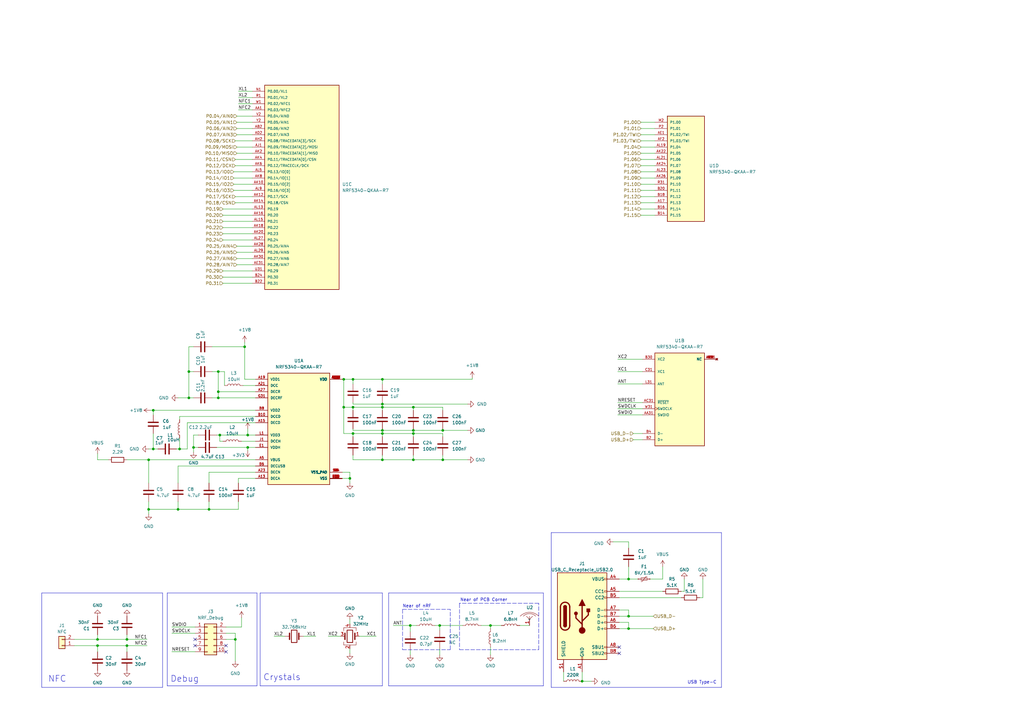
<source format=kicad_sch>
(kicad_sch (version 20230121) (generator eeschema)
  (paper "A3")
  (title_block (title "nRF5340 Schematic") (date "2024-06-06") (rev "v1.0.0") (company "None") (comment 1 "Author Turgay HOPAL") (comment 2 "Reference Layout Config 1: VDDH Supply, DCDC, USB"))
  (junction (at 169.545 167.005))
  (junction (at 90.17 178.435))
  (junction (at 257.81 237.49))
  (junction (at 52.07 262.255))
  (junction (at 62.865 184.15))
  (junction (at 140.97 155.575))
  (junction (at 140.97 167.005))
  (junction (at 181.61 188.595))
  (junction (at 156.845 155.575))
  (junction (at 168.275 256.54))
  (junction (at 40.005 264.795))
  (junction (at 169.545 177.8))
  (junction (at 40.005 262.255))
  (junction (at 156.845 167.005))
  (junction (at 60.96 188.595))
  (junction (at 52.07 264.795))
  (junction (at 180.34 256.54))
  (junction (at 89.535 163.195))
  (junction (at 156.845 177.8))
  (junction (at 77.47 152.4))
  (junction (at 60.96 208.915))
  (junction (at 169.545 176.53))
  (junction (at 62.865 168.275))
  (junction (at 89.535 160.655))
  (junction (at 144.78 177.8))
  (junction (at 156.845 188.595))
  (junction (at 79.375 183.515))
  (junction (at 181.61 176.53))
  (junction (at 144.78 167.005))
  (junction (at 77.47 163.195))
  (junction (at 100.33 142.24))
  (junction (at 101.6 183.515))
  (junction (at 201.168 256.54))
  (junction (at 89.535 152.4))
  (junction (at 169.545 188.595))
  (junction (at 156.845 165.735))
  (junction (at 85.725 208.915))
  (junction (at 73.025 208.915))
  (junction (at 257.81 252.73))
  (junction (at 257.81 257.81))
  (junction (at 143.51 196.215))
  (junction (at 96.52 262.255))
  (junction (at 73.66 184.15))
  (junction (at 238.76 279.4))
  (junction (at 156.845 176.53))
  (junction (at 144.78 155.575))
  (junction (at 101.6 178.435))
  (no_connect (at 92.71 264.795))
  (no_connect (at 92.71 267.335))
  (no_connect (at 254 267.97))
  (no_connect (at 80.01 264.795))
  (no_connect (at 254 265.43))
  (no_connect (at 80.01 262.255))
  (wire (pts (xy 96.52 65.405) (xy 103.505 65.405)))
  (wire (pts (xy 97.79 40.005) (xy 103.505 40.005)))
  (polyline (pts (xy 226.06 281.94) (xy 295.91 281.94)))
  (wire (pts (xy 257.81 232.41) (xy 257.81 237.49)))
  (wire (pts (xy 257.81 222.25) (xy 251.46 222.25)))
  (wire (pts (xy 169.545 167.005) (xy 181.61 167.005)))
  (wire (pts (xy 85.725 208.915) (xy 97.79 208.915)))
  (polyline (pts (xy 68.58 243.205) (xy 105.41 243.205)))
  (wire (pts (xy 104.775 188.595) (xy 60.96 188.595)))
  (wire (pts (xy 143.51 254) (xy 143.51 255.905)))
  (wire (pts (xy 257.81 255.27) (xy 257.81 257.81)))
  (wire (pts (xy 73.66 179.705) (xy 73.66 184.15)))
  (wire (pts (xy 140.97 177.8) (xy 144.78 177.8)))
  (wire (pts (xy 262.89 67.945) (xy 268.605 67.945)))
  (wire (pts (xy 144.78 167.005) (xy 144.78 168.275)))
  (wire (pts (xy 77.47 142.24) (xy 77.47 152.4)))
  (wire (pts (xy 134.62 260.985) (xy 139.7 260.985)))
  (wire (pts (xy 180.34 256.54) (xy 189.738 256.54)))
  (wire (pts (xy 154.305 260.985) (xy 147.32 260.985)))
  (wire (pts (xy 180.34 256.54) (xy 180.34 258.445)))
  (wire (pts (xy 97.155 55.245) (xy 103.505 55.245)))
  (polyline (pts (xy 17.145 281.94) (xy 66.675 281.94)))
  (polyline (pts (xy 220.98 266.446) (xy 220.98 247.396)) (stroke (width 0) (type dash)))
  (wire (pts (xy 40.005 186.055) (xy 40.005 188.595)))
  (wire (pts (xy 257.81 237.49) (xy 261.62 237.49)))
  (wire (pts (xy 79.375 178.435) (xy 81.28 178.435)))
  (wire (pts (xy 181.61 188.595) (xy 181.61 186.69)))
  (wire (pts (xy 96.52 57.785) (xy 103.505 57.785)))
  (wire (pts (xy 262.89 55.245) (xy 268.605 55.245)))
  (wire (pts (xy 170.815 256.54) (xy 168.275 256.54)))
  (polyline (pts (xy 184.658 266.446) (xy 184.658 249.936)) (stroke (width 0) (type dash)))
  (wire (pts (xy 60.96 208.915) (xy 60.96 210.82)))
  (wire (pts (xy 70.485 267.335) (xy 80.01 267.335)))
  (wire (pts (xy 86.995 152.4) (xy 89.535 152.4)))
  (wire (pts (xy 85.725 193.675) (xy 85.725 198.12)))
  (wire (pts (xy 52.07 264.795) (xy 60.325 264.795)))
  (wire (pts (xy 254 237.49) (xy 257.81 237.49)))
  (wire (pts (xy 97.79 196.215) (xy 104.775 196.215)))
  (wire (pts (xy 91.44 98.425) (xy 103.505 98.425)))
  (polyline (pts (xy 159.385 243.205) (xy 222.885 243.205)))
  (wire (pts (xy 253.365 165.1) (xy 263.525 165.1)))
  (polyline (pts (xy 159.385 243.205) (xy 159.385 281.305)))
  (wire (pts (xy 156.845 177.8) (xy 169.545 177.8)))
  (polyline (pts (xy 222.885 243.205) (xy 222.885 281.305)))
  (wire (pts (xy 262.89 80.645) (xy 268.605 80.645)))
  (wire (pts (xy 143.51 193.675) (xy 143.51 196.215)))
  (wire (pts (xy 92.075 152.4) (xy 92.075 158.115)))
  (wire (pts (xy 169.545 177.8) (xy 181.61 177.8)))
  (wire (pts (xy 91.44 88.265) (xy 103.505 88.265)))
  (wire (pts (xy 144.78 188.595) (xy 156.845 188.595)))
  (wire (pts (xy 79.375 183.515) (xy 81.28 183.515)))
  (wire (pts (xy 181.61 188.595) (xy 169.545 188.595)))
  (wire (pts (xy 156.845 155.575) (xy 156.845 157.48)))
  (polyline (pts (xy 17.145 243.205) (xy 66.675 243.205)))
  (wire (pts (xy 95.885 73.025) (xy 103.505 73.025)))
  (wire (pts (xy 79.375 152.4) (xy 77.47 152.4)))
  (wire (pts (xy 97.155 52.705) (xy 103.505 52.705)))
  (wire (pts (xy 168.275 256.54) (xy 168.275 259.08)))
  (wire (pts (xy 97.155 106.045) (xy 103.505 106.045)))
  (wire (pts (xy 62.865 184.15) (xy 64.77 184.15)))
  (wire (pts (xy 52.07 188.595) (xy 60.96 188.595)))
  (wire (pts (xy 52.07 262.255) (xy 60.325 262.255)))
  (wire (pts (xy 257.81 224.79) (xy 257.81 222.25)))
  (polyline (pts (xy 68.58 281.305) (xy 105.41 281.305)))
  (wire (pts (xy 181.61 176.53) (xy 191.77 176.53)))
  (wire (pts (xy 79.375 178.435) (xy 79.375 183.515)))
  (wire (pts (xy 262.89 57.785) (xy 268.605 57.785)))
  (wire (pts (xy 88.9 183.515) (xy 101.6 183.515)))
  (wire (pts (xy 79.375 163.195) (xy 77.47 163.195)))
  (wire (pts (xy 90.17 180.975) (xy 91.44 180.975)))
  (wire (pts (xy 262.89 62.865) (xy 268.605 62.865)))
  (wire (pts (xy 257.81 250.19) (xy 257.81 252.73)))
  (wire (pts (xy 161.29 256.54) (xy 168.275 256.54)))
  (wire (pts (xy 40.005 264.795) (xy 40.005 267.335)))
  (wire (pts (xy 238.76 275.59) (xy 238.76 279.4)))
  (wire (pts (xy 97.155 100.965) (xy 103.505 100.965)))
  (polyline (pts (xy 106.68 281.305) (xy 156.845 281.305)))
  (wire (pts (xy 231.14 275.59) (xy 231.14 279.4)))
  (wire (pts (xy 97.79 198.12) (xy 97.79 196.215)))
  (wire (pts (xy 262.89 50.165) (xy 268.605 50.165)))
  (wire (pts (xy 169.545 186.69) (xy 169.545 188.595)))
  (wire (pts (xy 253.365 167.64) (xy 263.525 167.64)))
  (polyline (pts (xy 226.06 218.44) (xy 226.06 281.94)))
  (wire (pts (xy 288.29 237.49) (xy 288.29 245.11)))
  (wire (pts (xy 40.005 262.255) (xy 52.07 262.255)))
  (wire (pts (xy 144.78 167.005) (xy 156.845 167.005)))
  (wire (pts (xy 99.06 180.975) (xy 104.775 180.975)))
  (wire (pts (xy 238.76 279.4) (xy 242.57 279.4)))
  (wire (pts (xy 97.155 50.165) (xy 103.505 50.165)))
  (wire (pts (xy 79.375 183.515) (xy 79.375 185.42)))
  (wire (pts (xy 156.845 165.1) (xy 156.845 165.735)))
  (wire (pts (xy 62.865 170.18) (xy 62.865 168.275)))
  (wire (pts (xy 60.96 205.74) (xy 60.96 208.915)))
  (wire (pts (xy 140.97 167.005) (xy 144.78 167.005)))
  (wire (pts (xy 73.025 208.915) (xy 85.725 208.915)))
  (wire (pts (xy 30.48 264.795) (xy 40.005 264.795)))
  (wire (pts (xy 129.54 260.985) (xy 124.46 260.985)))
  (wire (pts (xy 104.775 193.675) (xy 85.725 193.675)))
  (wire (pts (xy 201.168 256.54) (xy 205.613 256.54)))
  (wire (pts (xy 156.845 175.895) (xy 156.845 176.53)))
  (wire (pts (xy 288.29 245.11) (xy 287.02 245.11)))
  (wire (pts (xy 62.865 184.15) (xy 60.96 184.15)))
  (wire (pts (xy 104.775 191.135) (xy 73.025 191.135)))
  (wire (pts (xy 104.775 155.575) (xy 100.33 155.575)))
  (wire (pts (xy 279.4 242.57) (xy 280.67 242.57)))
  (wire (pts (xy 73.66 172.085) (xy 73.66 170.815)))
  (wire (pts (xy 90.17 178.435) (xy 101.6 178.435)))
  (polyline (pts (xy 188.468 247.65) (xy 188.468 266.446)) (stroke (width 0) (type dash)))
  (wire (pts (xy 88.9 178.435) (xy 90.17 178.435)))
  (polyline (pts (xy 17.145 243.205) (xy 17.145 281.94)))
  (wire (pts (xy 213.233 256.54) (xy 217.17 256.54)))
  (wire (pts (xy 100.33 155.575) (xy 100.33 142.24)))
  (wire (pts (xy 73.66 170.815) (xy 104.775 170.815)))
  (wire (pts (xy 99.06 257.175) (xy 92.71 257.175)))
  (wire (pts (xy 91.44 116.205) (xy 103.505 116.205)))
  (polyline (pts (xy 188.468 247.396) (xy 188.468 247.65)))
  (wire (pts (xy 262.89 73.025) (xy 268.605 73.025)))
  (wire (pts (xy 140.335 196.215) (xy 143.51 196.215)))
  (wire (pts (xy 96.52 83.185) (xy 103.505 83.185)))
  (wire (pts (xy 254 257.81) (xy 257.81 257.81)))
  (wire (pts (xy 91.44 95.885) (xy 103.505 95.885)))
  (wire (pts (xy 143.51 266.065) (xy 143.51 267.97)))
  (wire (pts (xy 92.71 262.255) (xy 96.52 262.255)))
  (wire (pts (xy 191.77 188.595) (xy 181.61 188.595)))
  (wire (pts (xy 181.61 175.895) (xy 181.61 176.53)))
  (wire (pts (xy 40.005 260.35) (xy 40.005 262.255)))
  (wire (pts (xy 77.47 163.195) (xy 73.025 163.195)))
  (wire (pts (xy 144.78 177.8) (xy 144.78 179.07)))
  (wire (pts (xy 95.885 75.565) (xy 103.505 75.565)))
  (polyline (pts (xy 222.885 281.305) (xy 159.385 281.305)))
  (wire (pts (xy 144.78 165.735) (xy 156.845 165.735)))
  (wire (pts (xy 143.51 196.215) (xy 143.51 198.12)))
  (polyline (pts (xy 66.675 281.94) (xy 66.675 243.205)))
  (wire (pts (xy 140.97 155.575) (xy 144.78 155.575)))
  (wire (pts (xy 62.865 177.8) (xy 62.865 184.15)))
  (wire (pts (xy 40.005 264.795) (xy 52.07 264.795)))
  (wire (pts (xy 97.155 47.625) (xy 103.505 47.625)))
  (wire (pts (xy 259.715 180.34) (xy 263.525 180.34)))
  (wire (pts (xy 193.675 155.575) (xy 193.675 154.94)))
  (wire (pts (xy 40.005 188.595) (xy 44.45 188.595)))
  (wire (pts (xy 144.78 176.53) (xy 156.845 176.53)))
  (wire (pts (xy 253.365 152.4) (xy 263.525 152.4)))
  (wire (pts (xy 266.7 237.49) (xy 271.78 237.49)))
  (wire (pts (xy 91.44 113.665) (xy 103.505 113.665)))
  (wire (pts (xy 89.535 152.4) (xy 92.075 152.4)))
  (polyline (pts (xy 165.1 249.936) (xy 165.1 266.446)) (stroke (width 0) (type dash)))
  (wire (pts (xy 52.07 260.35) (xy 52.07 262.255)))
  (wire (pts (xy 262.89 78.105) (xy 268.605 78.105)))
  (wire (pts (xy 112.395 260.985) (xy 116.84 260.985)))
  (wire (pts (xy 253.365 170.18) (xy 263.525 170.18)))
  (wire (pts (xy 80.01 257.175) (xy 70.485 257.175)))
  (wire (pts (xy 201.168 256.54) (xy 201.168 257.81)))
  (wire (pts (xy 100.33 142.24) (xy 86.995 142.24)))
  (wire (pts (xy 262.89 65.405) (xy 268.605 65.405)))
  (wire (pts (xy 91.44 93.345) (xy 103.505 93.345)))
  (wire (pts (xy 96.52 262.255) (xy 96.52 271.145)))
  (wire (pts (xy 262.89 70.485) (xy 268.605 70.485)))
  (wire (pts (xy 79.375 142.24) (xy 77.47 142.24)))
  (wire (pts (xy 257.81 257.81) (xy 267.97 257.81)))
  (wire (pts (xy 156.845 167.005) (xy 169.545 167.005)))
  (polyline (pts (xy 165.1 249.936) (xy 184.658 249.936)) (stroke (width 0) (type dash)))
  (wire (pts (xy 100.33 140.335) (xy 100.33 142.24)))
  (wire (pts (xy 254 255.27) (xy 257.81 255.27)))
  (wire (pts (xy 97.79 208.915) (xy 97.79 205.74)))
  (wire (pts (xy 168.275 266.7) (xy 168.275 268.605)))
  (wire (pts (xy 97.79 45.085) (xy 103.505 45.085)))
  (wire (pts (xy 262.89 60.325) (xy 268.605 60.325)))
  (polyline (pts (xy 220.98 247.396) (xy 188.468 247.396)) (stroke (width 0) (type dash)))
  (wire (pts (xy 73.025 205.74) (xy 73.025 208.915)))
  (wire (pts (xy 62.865 168.275) (xy 104.775 168.275)))
  (wire (pts (xy 254 245.11) (xy 279.4 245.11)))
  (polyline (pts (xy 105.41 281.305) (xy 105.41 243.205)))
  (wire (pts (xy 253.365 147.32) (xy 263.525 147.32)))
  (polyline (pts (xy 226.06 218.44) (xy 295.91 218.44)))
  (polyline (pts (xy 106.68 243.205) (xy 106.68 281.305)))
  (wire (pts (xy 92.71 259.715) (xy 96.52 259.715)))
  (wire (pts (xy 262.89 83.185) (xy 268.605 83.185)))
  (wire (pts (xy 52.07 264.795) (xy 52.07 267.335)))
  (wire (pts (xy 262.89 75.565) (xy 268.605 75.565)))
  (wire (pts (xy 178.435 256.54) (xy 180.34 256.54)))
  (wire (pts (xy 96.52 259.715) (xy 96.52 262.255)))
  (polyline (pts (xy 188.468 266.446) (xy 220.98 266.446)) (stroke (width 0) (type dash)))
  (wire (pts (xy 73.66 184.15) (xy 72.39 184.15)))
  (wire (pts (xy 181.61 177.8) (xy 181.61 179.07)))
  (wire (pts (xy 254 252.73) (xy 257.81 252.73)))
  (wire (pts (xy 181.61 167.005) (xy 181.61 168.275)))
  (wire (pts (xy 144.78 155.575) (xy 144.78 157.48)))
  (wire (pts (xy 80.01 259.715) (xy 70.485 259.715)))
  (wire (pts (xy 95.885 70.485) (xy 103.505 70.485)))
  (wire (pts (xy 76.835 173.355) (xy 76.835 184.15)))
  (wire (pts (xy 99.06 253.365) (xy 99.06 257.175)))
  (wire (pts (xy 144.78 165.1) (xy 144.78 165.735)))
  (wire (pts (xy 144.78 186.69) (xy 144.78 188.595)))
  (polyline (pts (xy 106.68 243.205) (xy 156.845 243.205)))
  (wire (pts (xy 97.155 103.505) (xy 103.505 103.505)))
  (polyline (pts (xy 156.845 281.305) (xy 156.845 243.205)))
  (wire (pts (xy 280.67 237.49) (xy 280.67 242.57)))
  (wire (pts (xy 101.6 178.435) (xy 104.775 178.435)))
  (wire (pts (xy 97.155 108.585) (xy 103.505 108.585)))
  (wire (pts (xy 271.78 237.49) (xy 271.78 232.41)))
  (wire (pts (xy 262.89 52.705) (xy 268.605 52.705)))
  (wire (pts (xy 169.545 188.595) (xy 156.845 188.595)))
  (wire (pts (xy 101.6 183.515) (xy 101.6 184.785)))
  (wire (pts (xy 97.79 37.465) (xy 103.505 37.465)))
  (wire (pts (xy 156.845 165.735) (xy 191.77 165.735)))
  (wire (pts (xy 104.775 163.195) (xy 89.535 163.195)))
  (wire (pts (xy 99.695 158.115) (xy 104.775 158.115)))
  (wire (pts (xy 257.81 252.73) (xy 267.97 252.73)))
  (wire (pts (xy 156.845 177.8) (xy 156.845 179.07)))
  (wire (pts (xy 89.535 160.655) (xy 104.775 160.655)))
  (wire (pts (xy 197.358 256.54) (xy 201.168 256.54)))
  (wire (pts (xy 262.89 85.725) (xy 268.605 85.725)))
  (polyline (pts (xy 295.91 281.94) (xy 295.91 218.44)))
  (wire (pts (xy 90.17 178.435) (xy 90.17 180.975)))
  (wire (pts (xy 96.52 80.645) (xy 103.505 80.645)))
  (wire (pts (xy 97.155 60.325) (xy 103.505 60.325)))
  (wire (pts (xy 60.96 208.915) (xy 73.025 208.915)))
  (wire (pts (xy 101.6 183.515) (xy 104.775 183.515)))
  (wire (pts (xy 156.845 155.575) (xy 193.675 155.575)))
  (wire (pts (xy 169.545 167.005) (xy 169.545 168.275)))
  (wire (pts (xy 30.48 262.255) (xy 40.005 262.255)))
  (wire (pts (xy 169.545 176.53) (xy 181.61 176.53)))
  (wire (pts (xy 97.155 62.865) (xy 103.505 62.865)))
  (wire (pts (xy 144.78 155.575) (xy 156.845 155.575)))
  (wire (pts (xy 254 242.57) (xy 271.78 242.57)))
  (wire (pts (xy 156.845 188.595) (xy 156.845 186.69)))
  (wire (pts (xy 101.6 175.895) (xy 101.6 178.435)))
  (wire (pts (xy 91.44 111.125) (xy 103.505 111.125)))
  (wire (pts (xy 104.775 173.355) (xy 76.835 173.355)))
  (wire (pts (xy 253.365 157.48) (xy 263.525 157.48)))
  (wire (pts (xy 97.79 42.545) (xy 103.505 42.545)))
  (wire (pts (xy 201.168 265.43) (xy 201.168 268.605)))
  (wire (pts (xy 95.885 78.105) (xy 103.505 78.105)))
  (wire (pts (xy 61.595 168.275) (xy 62.865 168.275)))
  (polyline (pts (xy 165.1 266.446) (xy 184.658 266.446)) (stroke (width 0) (type dash)))
  (wire (pts (xy 140.97 155.575) (xy 140.97 167.005)))
  (wire (pts (xy 96.52 67.945) (xy 103.505 67.945)))
  (wire (pts (xy 77.47 152.4) (xy 77.47 163.195)))
  (wire (pts (xy 180.34 266.065) (xy 180.34 268.605)))
  (wire (pts (xy 73.025 191.135) (xy 73.025 198.12)))
  (wire (pts (xy 156.845 167.005) (xy 156.845 168.275)))
  (wire (pts (xy 91.44 85.725) (xy 103.505 85.725)))
  (wire (pts (xy 144.78 177.8) (xy 156.845 177.8)))
  (wire (pts (xy 140.335 155.575) (xy 140.97 155.575)))
  (wire (pts (xy 140.97 177.8) (xy 140.97 167.005)))
  (wire (pts (xy 73.66 184.15) (xy 76.835 184.15)))
  (wire (pts (xy 262.89 88.265) (xy 268.605 88.265)))
  (wire (pts (xy 86.995 163.195) (xy 89.535 163.195)))
  (wire (pts (xy 89.535 160.655) (xy 89.535 163.195)))
  (wire (pts (xy 89.535 152.4) (xy 89.535 160.655)))
  (wire (pts (xy 85.725 205.74) (xy 85.725 208.915)))
  (wire (pts (xy 259.715 177.8) (xy 263.525 177.8)))
  (wire (pts (xy 140.335 193.675) (xy 143.51 193.675)))
  (wire (pts (xy 254 250.19) (xy 257.81 250.19)))
  (wire (pts (xy 169.545 175.895) (xy 169.545 176.53)))
  (wire (pts (xy 169.545 177.8) (xy 169.545 179.07)))
  (wire (pts (xy 144.78 175.895) (xy 144.78 176.53)))
  (wire (pts (xy 60.96 188.595) (xy 60.96 198.12)))
  (polyline (pts (xy 68.58 243.205) (xy 68.58 281.305)))
  (wire (pts (xy 91.44 90.805) (xy 103.505 90.805)))
  (wire (pts (xy 156.845 176.53) (xy 169.545 176.53)))
  (text "Crystals" (at 107.95 279.4 0) (effects (font (size 2.54 2.54)) (justify left bottom)))
  (text "Near of PCB Corner" (at 188.722 246.888 0) (effects (font (size 1.27 1.27)) (justify left bottom)))
  (text "NFC" (at 19.685 280.035 0) (effects (font (size 2.54 2.54)) (justify left bottom)))
  (text "USB Type-C" (at 281.94 280.67 0) (effects (font (size 1.27 1.27)) (justify left bottom)))
  (text "Near of nRF" (at 165.1 249.428 0) (effects (font (size 1.27 1.27)) (justify left bottom)))
  (text "Debug" (at 69.85 280.035 0) (effects (font (size 2.54 2.54)) (justify left bottom)))
  (label "XC1" (at 154.305 260.985 180))
  (label "NFC2" (at 60.325 264.795 180))
  (label "ANT" (at 161.29 256.54 0))
  (label "SWDIO" (at 70.485 257.175 0))
  (label "SWDIO" (at 253.365 170.18 0))
  (label "NRESET" (at 70.485 267.335 0))
  (label "XC1" (at 253.365 152.4 0))
  (label "NFC2" (at 97.79 45.085 0))
  (label "NRESET" (at 253.365 165.1 0))
  (label "XL1" (at 129.54 260.985 180))
  (label "XL2" (at 97.79 40.005 0))
  (label "XL1" (at 97.79 37.465 0))
  (label "ANT" (at 253.365 157.48 0))
  (label "XC2" (at 134.62 260.985 0))
  (label "SWDCLK" (at 253.365 167.64 0))
  (label "XC2" (at 253.365 147.32 0))
  (label "NFC1" (at 97.79 42.545 0))
  (label "SWDCLK" (at 70.485 259.715 0))
  (label "XL2" (at 112.395 260.985 0))
  (label "NFC1" (at 60.325 262.255 180))
  (hierarchical_label "P0.20" (shape input) (at 91.44 88.265 180))
  (hierarchical_label "P1.02{slash}TWI" (shape input) (at 262.89 55.245 180))
  (hierarchical_label "P0.24" (shape input) (at 91.44 98.425 180))
  (hierarchical_label "P1.03{slash}TWI" (shape input) (at 262.89 57.785 180))
  (hierarchical_label "P0.22" (shape input) (at 91.44 93.345 180))
  (hierarchical_label "P0.17{slash}SCK" (shape input) (at 96.52 80.645 180))
  (hierarchical_label "USB_D-" (shape input) (at 259.715 177.8 180))
  (hierarchical_label "P0.18{slash}CSN" (shape input) (at 96.52 83.185 180))
  (hierarchical_label "P1.15" (shape input) (at 262.89 88.265 180))
  (hierarchical_label "USB_D+" (shape input) (at 267.97 257.81 0))
  (hierarchical_label "P0.08{slash}SCK" (shape input) (at 96.52 57.785 180))
  (hierarchical_label "P1.12" (shape input) (at 262.89 80.645 180))
  (hierarchical_label "P1.06" (shape input) (at 262.89 65.405 180))
  (hierarchical_label "P1.13" (shape input) (at 262.89 83.185 180))
  (hierarchical_label "P0.04{slash}AIN0" (shape input) (at 97.155 47.625 180))
  (hierarchical_label "P0.23" (shape input) (at 91.44 95.885 180))
  (hierarchical_label "P0.05{slash}AIN1" (shape input) (at 97.155 50.165 180))
  (hierarchical_label "P0.15{slash}IO2" (shape input) (at 95.885 75.565 180))
  (hierarchical_label "P0.19" (shape input) (at 91.44 85.725 180))
  (hierarchical_label "P1.07" (shape input) (at 262.89 67.945 180))
  (hierarchical_label "P1.01" (shape input) (at 262.89 52.705 180))
  (hierarchical_label "P0.25{slash}AIN4" (shape input) (at 97.155 100.965 180))
  (hierarchical_label "P0.30" (shape input) (at 91.44 113.665 180))
  (hierarchical_label "P1.00" (shape input) (at 262.89 50.165 180))
  (hierarchical_label "P0.10{slash}MISO" (shape input) (at 97.155 62.865 180))
  (hierarchical_label "P1.05" (shape input) (at 262.89 62.865 180))
  (hierarchical_label "P0.13{slash}IO0" (shape input) (at 95.885 70.485 180))
  (hierarchical_label "P0.31" (shape input) (at 91.44 116.205 180))
  (hierarchical_label "P0.28{slash}AIN7" (shape input) (at 97.155 108.585 180))
  (hierarchical_label "P0.11{slash}CSN" (shape input) (at 96.52 65.405 180))
  (hierarchical_label "P0.16{slash}IO3" (shape input) (at 95.885 78.105 180))
  (hierarchical_label "P0.06{slash}AIN2" (shape input) (at 97.155 52.705 180))
  (hierarchical_label "P0.07{slash}AIN3" (shape input) (at 97.155 55.245 180))
  (hierarchical_label "P0.26{slash}AIN5" (shape input) (at 97.155 103.505 180))
  (hierarchical_label "P1.14" (shape input) (at 262.89 85.725 180))
  (hierarchical_label "P0.12{slash}DCX" (shape input) (at 96.52 67.945 180))
  (hierarchical_label "P0.27{slash}AIN6" (shape input) (at 97.155 106.045 180))
  (hierarchical_label "P1.10" (shape input) (at 262.89 75.565 180))
  (hierarchical_label "USB_D+" (shape input) (at 259.715 180.34 180))
  (hierarchical_label "P0.29" (shape input) (at 91.44 111.125 180))
  (hierarchical_label "P0.09{slash}MOSI" (shape input) (at 97.155 60.325 180))
  (hierarchical_label "P1.11" (shape input) (at 262.89 78.105 180))
  (hierarchical_label "P0.21" (shape input) (at 91.44 90.805 180))
  (hierarchical_label "P1.04" (shape input) (at 262.89 60.325 180))
  (hierarchical_label "P1.09" (shape input) (at 262.89 73.025 180))
  (hierarchical_label "P1.08" (shape input) (at 262.89 70.485 180))
  (hierarchical_label "P0.14{slash}IO1" (shape input) (at 95.885 73.025 180))
  (hierarchical_label "USB_D-" (shape input) (at 267.97 252.73 0))
  (symbol (lib_id "Device:C") (at 144.78 182.88 0) (unit 1)
    (property "Reference" "C18" (at 148.59 181.61 0) (effects (justify left)))
    (property "Value" "100nF" (at 148.59 184.15 0) (effects (justify left)))
    (property "Footprint" "Capacitor_SMD:C_0402_1005Metric" (effects hide))
  )
  (symbol (lib_id "Device:L") (at 201.168 261.62 180) (unit 1)
    (property "Reference" "L6" (at 201.93 260.35 0) (effects (justify right)))
    (property "Value" "8.2nH" (at 201.93 262.89 0) (effects (justify right)))
    (property "Footprint" "Inductor_SMD:L_0402_1005Metric" (effects hide))
  )
  (symbol (lib_id "Device:C") (at 40.005 256.54 180) (unit 1)
    (property "Reference" "C1" (at 36.83 257.81 0) (effects (justify left)))
    (property "Value" "30nF" (at 36.83 255.27 0) (effects (justify left)))
    (property "Footprint" "Capacitor_SMD:C_0402_1005Metric" (effects hide))
  )
  (symbol (lib_id "power:GND") (at 201.168 268.605 0) (unit 1)
    (property "Reference" "#PWR025" (effects hide))
    (property "Value" "GND" (at 201.168 273.05 0))
  )
  (symbol (lib_id "power:GND") (at 73.025 163.195 270) (unit 1)
    (property "Reference" "#PWR09" (effects hide))
    (property "Value" "GND" (at 69.215 163.195 90) (effects (justify right)))
  )
  (symbol (lib_id "nn02-101:RF-Ant") (at 217.17 254 0) (unit 1)
    (property "Reference" "U2" (at 215.9 249.174 0) (effects (justify left)))
    (property "Value" "~" (at 217.17 254 0))
    (property "Footprint" "nn02-101:NN02-101" (effects hide))
  )
  (symbol (lib_id "Device:C") (at 85.09 183.515 90) (unit 1)
    (property "Reference" "C13" (at 90.17 187.325 90))
    (property "Value" "4.7uF" (at 85.09 187.325 90))
    (property "Footprint" "Capacitor_SMD:C_0603_1608Metric" (effects hide))
  )
  (symbol (lib_id "Device:C") (at 169.545 182.88 0) (unit 1)
    (property "Reference" "C24" (at 173.355 181.61 0) (effects (justify left)))
    (property "Value" "100nF" (at 173.355 184.15 0) (effects (justify left)))
    (property "Footprint" "Capacitor_SMD:C_0402_1005Metric" (effects hide))
  )
  (symbol (lib_id "Connector_Generic:Conn_02x05_Odd_Even") (at 85.09 262.255 0) (unit 1)
    (property "Reference" "J3" (at 86.36 250.825 0))
    (property "Value" "NRF_Debug" (at 86.36 253.365 0))
    (property "Footprint" "Connector_PinHeader_1.27mm:PinHeader_2x05_P1.27mm_Vertical" (effects hide))
    (instances (project "DeskSandGlass" (path "" (reference "J3") (unit 1))) (project "nrf52840_module" (path "" (reference "J3") (unit 1))) (project "nrf52840_module" (path "" (reference "J3") (unit 1))) (project "DualWatch" (path "" (reference "J2") (unit 1))) (project "LinuxCore-v2" (path "" (reference "J5") (unit 1))))
  )
  (symbol (lib_id "power:GND") (at 52.07 274.955 0) (unit 1)
    (property "Reference" "#PWR05" (effects hide))
    (property "Value" "GND" (at 52.07 280.035 0))
  )
  (symbol (lib_id "Device:C") (at 52.07 256.54 180) (unit 1)
    (property "Reference" "C3" (at 48.895 257.81 0) (effects (justify left)))
    (property "Value" "30nF" (at 48.895 255.27 0) (effects (justify left)))
    (property "Footprint" "Capacitor_SMD:C_0402_1005Metric" (effects hide))
  )
  (symbol (lib_id "Connector_Generic:Conn_01x02") (at 25.4 264.795 180) (unit 1)
    (property "Reference" "J1" (at 25.4 256.54 0))
    (property "Value" "NFC" (at 25.4 259.08 0))
    (property "Footprint" "Connector_PinHeader_1.27mm:PinHeader_1x02_P1.27mm_Vertical" (effects hide))
  )
  (symbol (lib_id "Device:C") (at 144.78 172.085 0) (unit 1)
    (property "Reference" "C17" (at 148.59 170.815 0) (effects (justify left)))
    (property "Value" "100nF" (at 148.59 173.355 0) (effects (justify left)))
    (property "Footprint" "Capacitor_SMD:C_0603_1608Metric" (effects hide))
  )
  (symbol (lib_id "power:GND") (at 52.07 252.73 180) (unit 1)
    (property "Reference" "#PWR04" (effects hide))
    (property "Value" "GND" (at 52.07 248.285 0))
  )
  (symbol (lib_id "Device:C") (at 68.58 184.15 270) (unit 1)
    (property "Reference" "C7" (at 65.405 179.705 90))
    (property "Value" "1uF" (at 65.405 181.61 90))
    (property "Footprint" "Capacitor_SMD:C_0603_1608Metric" (effects hide))
  )
  (symbol (lib_id "Device:C") (at 180.34 262.255 0) (unit 1)
    (property "Reference" "C25" (at 184.15 260.985 0) (effects (justify left)))
    (property "Value" "NC" (at 184.15 263.525 0) (effects (justify left)))
    (property "Footprint" "Capacitor_SMD:C_0402_1005Metric" (effects hide))
  )
  (symbol (lib_id "Device:C") (at 97.79 201.93 0) (unit 1)
    (property "Reference" "C15" (at 100.965 200.66 0) (effects (justify left)))
    (property "Value" "1uF" (at 100.965 203.2 0) (effects (justify left)))
    (property "Footprint" "Capacitor_SMD:C_0402_1005Metric" (effects hide))
  )
  (symbol (lib_id "Device:C") (at 169.545 172.085 0) (unit 1)
    (property "Reference" "C23" (at 173.355 170.815 0) (effects (justify left)))
    (property "Value" "100nF" (at 173.355 173.355 0) (effects (justify left)))
    (property "Footprint" "Capacitor_SMD:C_0402_1005Metric" (effects hide))
  )
  (symbol (lib_id "power:GND") (at 79.375 185.42 0) (unit 1)
    (property "Reference" "#PWR010" (effects hide))
    (property "Value" "GND" (at 79.375 189.865 0))
  )
  (symbol (lib_id "Device:C") (at 156.845 161.29 0) (unit 1)
    (property "Reference" "C19" (at 160.02 160.02 0) (effects (justify left)))
    (property "Value" "1uF" (at 160.02 162.56 0) (effects (justify left)))
    (property "Footprint" "Capacitor_SMD:C_0402_1005Metric" (effects hide))
  )
  (symbol (lib_id "power:GND") (at 191.77 165.735 90) (unit 1)
    (property "Reference" "#PWR021" (effects hide))
    (property "Value" "GND" (at 195.58 165.735 90) (effects (justify right)))
  )
  (symbol (lib_id "Device:C") (at 83.185 142.24 270) (unit 1)
    (property "Reference" "C9" (at 81.28 137.795 0))
    (property "Value" "1uF" (at 83.185 137.16 0))
    (property "Footprint" "Capacitor_SMD:C_0603_1608Metric" (effects hide))
  )
  (symbol (lib_id "Device:R") (at 275.59 242.57 90) (unit 1)
    (property "Reference" "R5" (at 275.59 237.49 90))
    (property "Value" "5.1K" (at 275.59 240.03 90))
    (property "Footprint" "Resistor_SMD:R_0402_1005Metric" (effects hide))
    (instances (project "DeskSandGlass" (path "" (reference "R5") (unit 1))) (project "DeskSmartFan" (path "" (reference "R3") (unit 1))) (project "DualWatch" (path "" (reference "R2") (unit 1))) (project "rp2040_default_schematic" (path "" (reference "R5") (unit 1))))
  )
  (symbol (lib_id "power:GND") (at 280.67 237.49 180) (unit 1)
    (property "Reference" "#PWR07" (effects hide))
    (property "Value" "GND" (at 280.67 233.68 0))
    (instances (project "DeskSandGlass" (path "" (reference "#PWR07") (unit 1))) (project "DeskSmartFan" (path "" (reference "#PWR07") (unit 1))) (project "DualWatch" (path "" (reference "#PWR029") (unit 1))) (project "rp2040_default_schematic" (path "" (reference "#PWR07") (unit 1))))
  )
  (symbol (lib_id "NRF5340-QKAA-R7:NRF5340-QKAA-R7") (at 281.305 67.945 0) (unit 4)
    (property "Reference" "U1" (at 290.83 67.945 0) (effects (justify left)))
    (property "Value" "NRF5340-QKAA-R7" (at 290.83 70.485 0) (effects (justify left)))
    (property "Footprint" "Footprints:XCVR_NRF5340-QKAA-R7" (effects hide))
    (property "MF" "Nordic Semiconductor ASA" (effects hide))
    (property "MAXIMUM_PACKAGE_HEIGHT" "0.85mm" (effects hide))
    (property "Package" "None" (effects hide))
    (property "Price" "None" (effects hide))
    (property "Check_prices" "https://www.snapeda.com/parts/NRF5340-QKAA-R7/Nordic+Semiconductor+ASA/view-part/?ref=eda" (effects hide))
    (property "STANDARD" "Manufacturer Recommendations" (effects hide))
    (property "PARTREV" "1.0" (effects hide))
    (property "SnapEDA_Link" "https://www.snapeda.com/parts/NRF5340-QKAA-R7/Nordic+Semiconductor+ASA/view-part/?ref=snap" (effects hide))
    (property "MP" "NRF5340-QKAA-R7" (effects hide))
    (property "Description" "\nRF System on a Chip - SoC Dual-core Bluetooth 5.2 SoC supporting Bluetooth Low Energy, Bluetooth mesh, NFC, Thread, and Zigbee\n" (effects hide))
    (property "Availability" "In Stock" (effects hide))
    (property "MANUFACTURER" "Nordic Semiconductor" (effects hide))
  )
  (symbol (lib_id "power:VBUS") (at 40.005 186.055 0) (unit 1)
    (property "Reference" "#PWR01" (effects hide))
    (property "Value" "VBUS" (at 40.005 181.61 0))
  )
  (symbol (lib_id "Device:L") (at 73.66 175.895 180) (unit 1)
    (property "Reference" "L1" (at 68.58 178.435 0) (effects (justify right)))
    (property "Value" "10uH" (at 68.58 180.34 0) (effects (justify right)))
    (property "Footprint" "Inductor_SMD:L_0805_2012Metric" (effects hide))
  )
  (symbol (lib_id "Device:C") (at 144.78 161.29 0) (unit 1)
    (property "Reference" "C16" (at 148.59 160.02 0) (effects (justify left)))
    (property "Value" "1uF" (at 148.59 162.56 0) (effects (justify left)))
    (property "Footprint" "Capacitor_SMD:C_0402_1005Metric" (effects hide))
  )
  (symbol (lib_id "power:+1V8") (at 101.6 175.895 0) (unit 1)
    (property "Reference" "#PWR014" (effects hide))
    (property "Value" "+1V8" (at 101.6 172.085 0))
  )
  (symbol (lib_id "Device:C") (at 40.005 271.145 0) (unit 1)
    (property "Reference" "C2" (at 43.18 269.875 0) (effects (justify left)))
    (property "Value" "30nF" (at 43.18 272.415 0) (effects (justify left)))
    (property "Footprint" "Capacitor_SMD:C_0402_1005Metric" (effects hide))
  )
  (symbol (lib_id "NRF5340-QKAA-R7:NRF5340-QKAA-R7") (at 123.825 75.565 0) (unit 3)
    (property "Reference" "U1" (at 140.335 75.565 0) (effects (justify left)))
    (property "Value" "NRF5340-QKAA-R7" (at 140.335 78.105 0) (effects (justify left)))
    (property "Footprint" "Footprints:XCVR_NRF5340-QKAA-R7" (effects hide))
    (property "MF" "Nordic Semiconductor ASA" (effects hide))
    (property "MAXIMUM_PACKAGE_HEIGHT" "0.85mm" (effects hide))
    (property "Package" "None" (effects hide))
    (property "Price" "None" (effects hide))
    (property "Check_prices" "https://www.snapeda.com/parts/NRF5340-QKAA-R7/Nordic+Semiconductor+ASA/view-part/?ref=eda" (effects hide))
    (property "STANDARD" "Manufacturer Recommendations" (effects hide))
    (property "PARTREV" "1.0" (effects hide))
    (property "SnapEDA_Link" "https://www.snapeda.com/parts/NRF5340-QKAA-R7/Nordic+Semiconductor+ASA/view-part/?ref=snap" (effects hide))
    (property "MP" "NRF5340-QKAA-R7" (effects hide))
    (property "Description" "\nRF System on a Chip - SoC Dual-core Bluetooth 5.2 SoC supporting Bluetooth Low Energy, Bluetooth mesh, NFC, Thread, and Zigbee\n" (effects hide))
    (property "Availability" "In Stock" (effects hide))
    (property "MANUFACTURER" "Nordic Semiconductor" (effects hide))
  )
  (symbol (lib_id "Device:L") (at 193.548 256.54 90) (unit 1)
    (property "Reference" "L5" (at 193.548 251.46 90))
    (property "Value" "8.7nH" (at 193.548 254 90))
    (property "Footprint" "Inductor_SMD:L_0603_1608Metric" (effects hide))
  )
  (symbol (lib_id "power:GND") (at 288.29 237.49 180) (unit 1)
    (property "Reference" "#PWR09" (effects hide))
    (property "Value" "GND" (at 288.29 233.68 0))
    (instances (project "DeskSandGlass" (path "" (reference "#PWR09") (unit 1))) (project "DeskSmartFan" (path "" (reference "#PWR09") (unit 1))) (project "DualWatch" (path "" (reference "#PWR030") (unit 1))) (project "rp2040_default_schematic" (path "" (reference "#PWR09") (unit 1))))
  )
  (symbol (lib_id "Device:L") (at 95.25 180.975 90) (unit 1)
    (property "Reference" "L2" (at 95.25 175.26 90))
    (property "Value" "10uH" (at 95.25 177.8 90))
    (property "Footprint" "Inductor_SMD:L_0805_2012Metric" (effects hide))
  )
  (symbol (lib_id "Connector:USB_C_Receptacle_USB2.0") (at 238.76 252.73 0) (unit 1)
    (property "Reference" "J1" (at 238.76 231.14 0))
    (property "Value" "USB_C_Receptacle_USB2.0" (at 238.76 233.68 0))
    (property "Footprint" "Connector_USB:USB_C_Receptacle_HRO_TYPE-C-31-M-12" (effects hide))
    (property "Datasheet" "https://www.usb.org/sites/default/files/documents/usb_type-c.zip" (effects hide))
    (instances (project "DeskSandGlass" (path "" (reference "J1") (unit 1))) (project "DeskSmartFan" (path "" (reference "J1") (unit 1))) (project "DualWatch" (path "" (reference "J3") (unit 1))) (project "rp2040_default_schematic" (path "" (reference "J1") (unit 1))))
  )
  (symbol (lib_id "Device:Polyfuse_Small") (at 264.16 237.49 90) (unit 1)
    (property "Reference" "F1" (at 264.16 232.41 90))
    (property "Value" "6V/1.5A" (at 264.16 234.95 90))
    (property "Footprint" "Fuse:Fuse_0805_2012Metric" (effects hide))
    (property "Datasheet" "https://cdn.ozdisan.com/ETicaret_Dosya/490835_665008.pdf" (effects hide))
    (property "Description" "THERMISTOR PTC RESETTABLE FUSE 0805 1.5A 6V" (effects hide))
    (property "Manufacturer" "THINKING" (effects hide))
    (property "Suplier" "Özdisan" (effects hide))
    (property "Suplier Part Number" "KLM2S150RY" (effects hide))
    (property "Package-Case" "0805" (effects hide))
  )
  (symbol (lib_id "Device:C") (at 257.81 228.6 0) (unit 1)
    (property "Reference" "C1" (at 261.62 226.06 0) (effects (justify left)))
    (property "Value" "1uF" (at 261.62 228.6 0) (effects (justify left)))
    (property "Footprint" "Capacitor_SMD:C_0402_1005Metric" (effects hide))
    (instances (project "DeskSandGlass" (path "" (reference "C1") (unit 1))) (project "DeskSmartFan" (path "" (reference "C1") (unit 1))) (project "DualWatch" (path "" (reference "C28") (unit 1))) (project "rp2040_default_schematic" (path "" (reference "C1") (unit 1))))
  )
  (symbol (lib_id "power:GND") (at 60.96 210.82 0) (unit 1)
    (property "Reference" "#PWR07" (effects hide))
    (property "Value" "GND" (at 60.96 215.9 0))
  )
  (symbol (lib_id "power:+1V8") (at 99.06 253.365 0) (unit 1)
    (property "Reference" "#PWR012" (effects hide))
    (property "Value" "+1V8" (at 99.06 248.285 0))
  )
  (symbol (lib_id "Device:L") (at 174.625 256.54 90) (unit 1)
    (property "Reference" "L4" (at 174.625 251.46 90))
    (property "Value" "10uH" (at 174.625 254 90))
    (property "Footprint" "Inductor_SMD:L_0603_1608Metric" (effects hide))
  )
  (symbol (lib_id "Device:C") (at 83.185 152.4 270) (unit 1)
    (property "Reference" "C10" (at 81.28 147.955 0))
    (property "Value" "1uF" (at 83.185 147.32 0))
    (property "Footprint" "Capacitor_SMD:C_0402_1005Metric" (effects hide))
  )
  (symbol (lib_id "Device:Crystal_GND24") (at 143.51 260.985 180) (unit 1)
    (property "Reference" "Y2" (at 147.955 253.365 0))
    (property "Value" "32MHz" (at 147.955 255.905 0))
    (property "Footprint" "Crystal:Crystal_SMD_3225-4Pin_3.2x2.5mm" (effects hide))
  )
  (symbol (lib_id "Device:C") (at 60.96 201.93 0) (unit 1)
    (property "Reference" "C5" (at 64.135 200.66 0) (effects (justify left)))
    (property "Value" "4.7uF" (at 64.135 203.2 0) (effects (justify left)))
    (property "Footprint" "Capacitor_SMD:C_0603_1608Metric" (effects hide))
  )
  (symbol (lib_id "power:GND") (at 143.51 267.97 0) (unit 1)
    (property "Reference" "#PWR018" (effects hide))
    (property "Value" "GND" (at 143.51 272.415 0))
  )
  (symbol (lib_id "Device:L") (at 209.423 256.54 90) (unit 1)
    (property "Reference" "L7" (at 209.423 251.46 90))
    (property "Value" "6.8nH" (at 209.423 254 90))
    (property "Footprint" "Inductor_SMD:L_0603_1608Metric" (effects hide))
  )
  (symbol (lib_id "NRF5340-QKAA-R7:NRF5340-QKAA-R7") (at 278.765 165.1 0) (unit 2)
    (property "Reference" "U1" (at 278.765 139.7 0))
    (property "Value" "NRF5340-QKAA-R7" (at 278.765 142.24 0))
    (property "Footprint" "Footprints:XCVR_NRF5340-QKAA-R7" (effects hide))
    (property "MF" "Nordic Semiconductor ASA" (effects hide))
    (property "MAXIMUM_PACKAGE_HEIGHT" "0.85mm" (effects hide))
    (property "Package" "None" (effects hide))
    (property "Price" "None" (effects hide))
    (property "Check_prices" "https://www.snapeda.com/parts/NRF5340-QKAA-R7/Nordic+Semiconductor+ASA/view-part/?ref=eda" (effects hide))
    (property "STANDARD" "Manufacturer Recommendations" (effects hide))
    (property "PARTREV" "1.0" (effects hide))
    (property "SnapEDA_Link" "https://www.snapeda.com/parts/NRF5340-QKAA-R7/Nordic+Semiconductor+ASA/view-part/?ref=snap" (effects hide))
    (property "MP" "NRF5340-QKAA-R7" (effects hide))
    (property "Description" "\nRF System on a Chip - SoC Dual-core Bluetooth 5.2 SoC supporting Bluetooth Low Energy, Bluetooth mesh, NFC, Thread, and Zigbee\n" (effects hide))
    (property "Availability" "In Stock" (effects hide))
    (property "MANUFACTURER" "Nordic Semiconductor" (effects hide))
  )
  (symbol (lib_id "power:VBUS") (at 271.78 232.41 0) (unit 1)
    (property "Reference" "#PWR05" (effects hide))
    (property "Value" "VBUS" (at 271.78 227.33 0))
    (instances (project "DeskSandGlass" (path "" (reference "#PWR05") (unit 1))) (project "DeskSmartFan" (path "" (reference "#PWR05") (unit 1))) (project "DualWatch" (path "" (reference "#PWR028") (unit 1))) (project "QualityDeskController" (path "" (reference "#PWR025") (unit 1))) (project "rp2040_default_schematic" (path "" (reference "#PWR05") (unit 1))))
  )
  (symbol (lib_id "power:GND") (at 191.77 188.595 90) (unit 1)
    (property "Reference" "#PWR023" (effects hide))
    (property "Value" "GND" (at 194.945 188.595 90) (effects (justify right)))
  )
  (symbol (lib_id "power:+1V8") (at 100.33 140.335 0) (unit 1)
    (property "Reference" "#PWR013" (effects hide))
    (property "Value" "+1V8" (at 100.33 135.255 0))
  )
  (symbol (lib_id "Device:Crystal") (at 120.65 260.985 0) (unit 1)
    (property "Reference" "Y3" (at 120.65 254.635 0))
    (property "Value" "32.768kHz" (at 120.65 257.175 0))
    (property "Footprint" "Crystal:Crystal_SMD_3215-2Pin_3.2x1.5mm" (effects hide))
    (instances (project "DeskSandGlass" (path "" (reference "Y3") (unit 1))) (project "DeskSmartFan" (path "" (reference "Y3") (unit 1))) (project "DualWatch" (path "" (reference "Y1") (unit 1))) (project "nrf52811_default_schematic" (path "" (reference "Y3") (unit 1))))
  )
  (symbol (lib_id "power:GND") (at 168.275 268.605 0) (unit 1)
    (property "Reference" "#PWR019" (effects hide))
    (property "Value" "GND" (at 168.275 273.05 0))
  )
  (symbol (lib_id "power:GND") (at 180.34 268.605 0) (unit 1)
    (property "Reference" "#PWR020" (effects hide))
    (property "Value" "GND" (at 180.34 273.05 0))
  )
  (symbol (lib_id "Device:C") (at 73.025 201.93 0) (unit 1)
    (property "Reference" "C8" (at 76.835 200.66 0) (effects (justify left)))
    (property "Value" "4.7uF" (at 76.835 203.2 0) (effects (justify left)))
    (property "Footprint" "Capacitor_SMD:C_0603_1608Metric" (effects hide))
  )
  (symbol (lib_id "Device:C") (at 52.07 271.145 0) (unit 1)
    (property "Reference" "C4" (at 55.245 269.875 0) (effects (justify left)))
    (property "Value" "30nF" (at 55.245 272.415 0) (effects (justify left)))
    (property "Footprint" "Capacitor_SMD:C_0402_1005Metric" (effects hide))
  )
  (symbol (lib_id "Device:C") (at 181.61 182.88 0) (unit 1)
    (property "Reference" "C27" (at 185.42 181.61 0) (effects (justify left)))
    (property "Value" "100nF" (at 185.42 184.15 0) (effects (justify left)))
    (property "Footprint" "Capacitor_SMD:C_0402_1005Metric" (effects hide))
  )
  (symbol (lib_id "Device:R") (at 48.26 188.595 90) (unit 1)
    (property "Reference" "R1" (at 48.26 182.88 90))
    (property "Value" "2.2R" (at 48.26 185.42 90))
    (property "Footprint" "Resistor_SMD:R_0402_1005Metric" (effects hide))
  )
  (symbol (lib_id "power:GND") (at 191.77 176.53 90) (unit 1)
    (property "Reference" "#PWR022" (effects hide))
    (property "Value" "GND" (at 194.945 176.53 90) (effects (justify right)))
  )
  (symbol (lib_id "power:+1V8") (at 61.595 168.275 90) (unit 1)
    (property "Reference" "#PWR08" (effects hide))
    (property "Value" "+1V8" (at 58.42 168.275 90) (effects (justify left)))
  )
  (symbol (lib_id "power:GND") (at 143.51 198.12 0) (unit 1)
    (property "Reference" "#PWR016" (effects hide))
    (property "Value" "GND" (at 143.51 203.2 0))
  )
  (symbol (lib_id "power:GND") (at 60.96 184.15 270) (unit 1)
    (property "Reference" "#PWR06" (effects hide))
    (property "Value" "GND" (at 57.15 184.15 90) (effects (justify right)))
  )
  (symbol (lib_id "power:GND") (at 96.52 271.145 0) (unit 1)
    (property "Reference" "#PWR092" (effects hide))
    (property "Value" "GND" (at 96.52 276.225 0))
    (instances (project "DeskSandGlass" (path "" (reference "#PWR092") (unit 1))) (project "nrf52840_module" (path "" (reference "#PWR092") (unit 1))) (project "nrf52840_module" (path "" (reference "#PWR092") (unit 1))) (project "DualWatch" (path "" (reference "#PWR011") (unit 1))) (project "LinuxCore-v2" (path "" (reference "#PWR0115") (unit 1))))
  )
  (symbol (lib_id "power:GND") (at 40.005 252.73 180) (unit 1)
    (property "Reference" "#PWR02" (effects hide))
    (property "Value" "GND" (at 40.005 248.285 0))
  )
  (symbol (lib_id "Device:L") (at 234.95 279.4 90) (unit 1)
    (property "Reference" "L1" (at 234.95 274.32 90))
    (property "Value" "220R" (at 234.95 276.86 90))
    (property "Footprint" "Inductor_SMD:L_0805_2012Metric" (effects hide))
    (instances (project "DeskSandGlass" (path "" (reference "L1") (unit 1))) (project "DeskSmartFan" (path "" (reference "L1") (unit 1))) (project "DualWatch" (path "" (reference "L8") (unit 1))) (project "rp2040_default_schematic" (path "" (reference "L1") (unit 1))))
  )
  (symbol (lib_id "Device:C") (at 85.725 201.93 0) (unit 1)
    (property "Reference" "C14" (at 89.535 200.66 0) (effects (justify left)))
    (property "Value" "100nF" (at 89.535 203.2 0) (effects (justify left)))
    (property "Footprint" "Capacitor_SMD:C_0603_1608Metric" (effects hide))
  )
  (symbol (lib_id "Device:C") (at 62.865 173.99 0) (unit 1)
    (property "Reference" "C6" (at 66.675 172.72 0) (effects (justify left)))
    (property "Value" "1uF" (at 66.675 175.26 0) (effects (justify left)))
    (property "Footprint" "Capacitor_SMD:C_0603_1608Metric" (effects hide))
  )
  (symbol (lib_id "Device:C") (at 156.845 182.88 0) (unit 1)
    (property "Reference" "C21" (at 160.655 181.61 0) (effects (justify left)))
    (property "Value" "100nF" (at 160.655 184.15 0) (effects (justify left)))
    (property "Footprint" "Capacitor_SMD:C_0402_1005Metric" (effects hide))
  )
  (symbol (lib_id "power:GND") (at 143.51 254 180) (unit 1)
    (property "Reference" "#PWR017" (effects hide))
    (property "Value" "GND" (at 143.51 249.555 0))
  )
  (symbol (lib_id "Device:C") (at 83.185 163.195 270) (unit 1)
    (property "Reference" "C11" (at 81.28 158.75 0))
    (property "Value" "2.2nF" (at 83.185 158.115 0))
    (property "Footprint" "Capacitor_SMD:C_0603_1608Metric" (effects hide))
  )
  (symbol (lib_id "power:GND") (at 40.005 274.955 0) (unit 1)
    (property "Reference" "#PWR03" (effects hide))
    (property "Value" "GND" (at 40.005 280.035 0))
  )
  (symbol (lib_id "Device:R") (at 283.21 245.11 90) (unit 1)
    (property "Reference" "R6" (at 283.21 240.03 90))
    (property "Value" "5.1K" (at 283.21 242.57 90))
    (property "Footprint" "Resistor_SMD:R_0402_1005Metric" (effects hide))
    (instances (project "DeskSandGlass" (path "" (reference "R6") (unit 1))) (project "DeskSmartFan" (path "" (reference "R4") (unit 1))) (project "DualWatch" (path "" (reference "R3") (unit 1))) (project "rp2040_default_schematic" (path "" (reference "R6") (unit 1))))
  )
  (symbol (lib_id "power:+1V8") (at 193.675 154.94 0) (unit 1)
    (property "Reference" "#PWR024" (effects hide))
    (property "Value" "+1V8" (at 193.675 149.86 0))
  )
  (symbol (lib_id "power:GND") (at 242.57 279.4 90) (unit 1)
    (property "Reference" "#PWR01" (effects hide))
    (property "Value" "GND" (at 246.38 280.035 90) (effects (justify right)))
    (instances (project "DeskSandGlass" (path "" (reference "#PWR01") (unit 1))) (project "DeskSmartFan" (path "" (reference "#PWR01") (unit 1))) (project "DualWatch" (path "" (reference "#PWR026") (unit 1))) (project "rp2040_default_schematic" (path "" (reference "#PWR01") (unit 1))))
  )
  (symbol (lib_id "power:GND") (at 251.46 222.25 270) (unit 1)
    (property "Reference" "#PWR02" (effects hide))
    (property "Value" "GND" (at 247.65 222.885 90) (effects (justify right)))
    (instances (project "DeskSandGlass" (path "" (reference "#PWR02") (unit 1))) (project "DeskSmartFan" (path "" (reference "#PWR02") (unit 1))) (project "DualWatch" (path "" (reference "#PWR027") (unit 1))) (project "rp2040_default_schematic" (path "" (reference "#PWR02") (unit 1))))
  )
  (symbol (lib_id "power:+3V3") (at 101.6 184.785 180) (unit 1)
    (property "Reference" "#PWR015" (effects hide))
    (property "Value" "+3V3" (at 97.79 186.69 0))
  )
  (symbol (lib_id "Device:C") (at 156.845 172.085 0) (unit 1)
    (property "Reference" "C20" (at 160.655 170.815 0) (effects (justify left)))
    (property "Value" "100nF" (at 160.655 173.355 0) (effects (justify left)))
    (property "Footprint" "Capacitor_SMD:C_0402_1005Metric" (effects hide))
  )
  (symbol (lib_id "Device:C") (at 181.61 172.085 0) (unit 1)
    (property "Reference" "C26" (at 185.42 170.815 0) (effects (justify left)))
    (property "Value" "100nF" (at 185.42 173.355 0) (effects (justify left)))
    (property "Footprint" "Capacitor_SMD:C_0603_1608Metric" (effects hide))
  )
  (symbol (lib_id "Device:C") (at 168.275 262.89 0) (unit 1)
    (property "Reference" "C22" (at 172.085 261.62 0) (effects (justify left)))
    (property "Value" "0.7pF" (at 172.085 264.16 0) (effects (justify left)))
    (property "Footprint" "Capacitor_SMD:C_0402_1005Metric" (effects hide))
  )
  (symbol (lib_id "Device:C") (at 85.09 178.435 90) (unit 1)
    (property "Reference" "C12" (at 79.375 175.26 90))
    (property "Value" "2.2uF" (at 84.455 175.26 90))
    (property "Footprint" "Capacitor_SMD:C_0402_1005Metric" (effects hide))
  )
  (symbol (lib_id "Device:L") (at 95.885 158.115 90) (unit 1)
    (property "Reference" "L3" (at 95.885 153.035 90))
    (property "Value" "10uH" (at 95.885 155.575 90))
    (property "Footprint" "Inductor_SMD:L_0805_2012Metric" (effects hide))
  )
  (symbol (lib_id "NRF5340-QKAA-R7:NRF5340-QKAA-R7") (at 122.555 175.895 0) (unit 1)
    (property "Reference" "U1" (at 122.555 147.955 0))
    (property "Value" "NRF5340-QKAA-R7" (at 122.555 150.495 0))
    (property "Footprint" "Footprints:XCVR_NRF5340-QKAA-R7" (effects hide))
    (property "MF" "Nordic Semiconductor ASA" (effects hide))
    (property "MAXIMUM_PACKAGE_HEIGHT" "0.85mm" (effects hide))
    (property "Package" "None" (effects hide))
    (property "Price" "None" (effects hide))
    (property "Check_prices" "https://www.snapeda.com/parts/NRF5340-QKAA-R7/Nordic+Semiconductor+ASA/view-part/?ref=eda" (effects hide))
    (property "STANDARD" "Manufacturer Recommendations" (effects hide))
    (property "PARTREV" "1.0" (effects hide))
    (property "SnapEDA_Link" "https://www.snapeda.com/parts/NRF5340-QKAA-R7/Nordic+Semiconductor+ASA/view-part/?ref=snap" (effects hide))
    (property "MP" "NRF5340-QKAA-R7" (effects hide))
    (property "Description" "\nRF System on a Chip - SoC Dual-core Bluetooth 5.2 SoC supporting Bluetooth Low Energy, Bluetooth mesh, NFC, Thread, and Zigbee\n" (effects hide))
    (property "Availability" "In Stock" (effects hide))
    (property "MANUFACTURER" "Nordic Semiconductor" (effects hide))
  )
)
</source>
